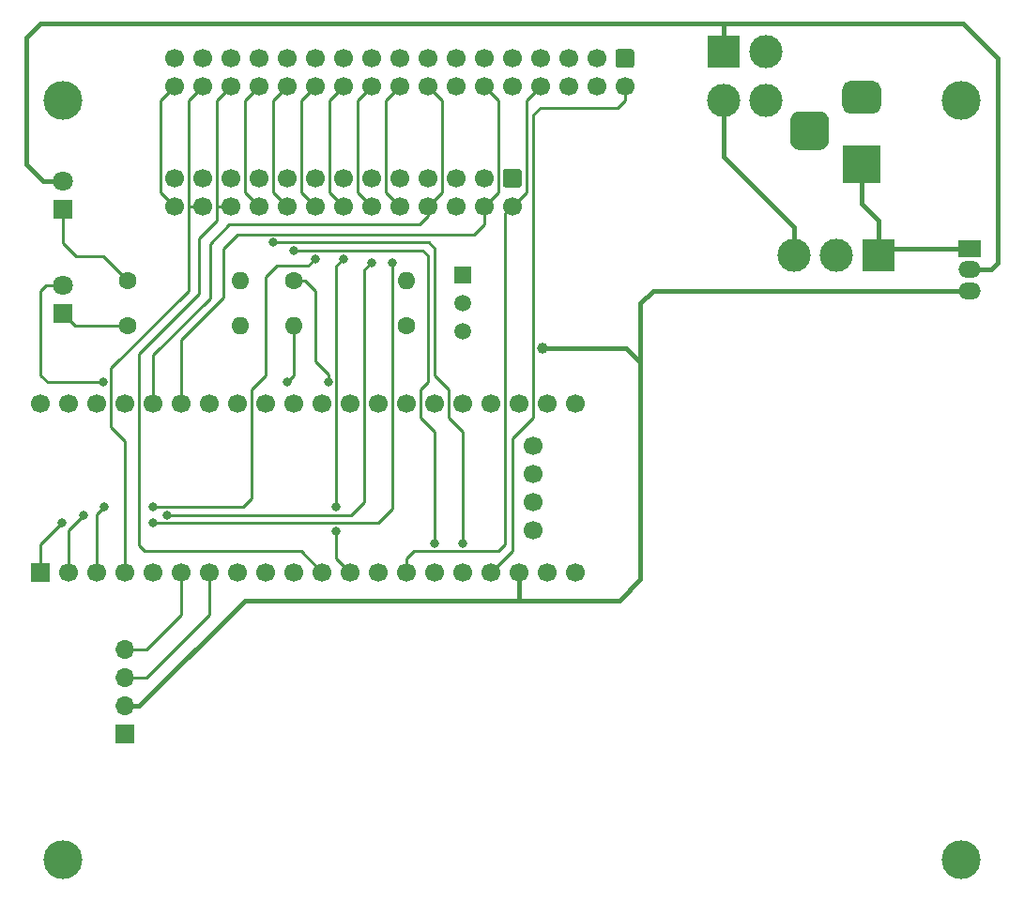
<source format=gtl>
G04 #@! TF.GenerationSoftware,KiCad,Pcbnew,(5.1.8)-1*
G04 #@! TF.CreationDate,2021-11-18T21:15:19+01:00*
G04 #@! TF.ProjectId,Greaseweazle,47726561-7365-4776-9561-7a6c652e6b69,rev?*
G04 #@! TF.SameCoordinates,Original*
G04 #@! TF.FileFunction,Copper,L1,Top*
G04 #@! TF.FilePolarity,Positive*
%FSLAX46Y46*%
G04 Gerber Fmt 4.6, Leading zero omitted, Abs format (unit mm)*
G04 Created by KiCad (PCBNEW (5.1.8)-1) date 2021-11-18 21:15:19*
%MOMM*%
%LPD*%
G01*
G04 APERTURE LIST*
G04 #@! TA.AperFunction,ComponentPad*
%ADD10C,3.000000*%
G04 #@! TD*
G04 #@! TA.AperFunction,ComponentPad*
%ADD11R,3.000000X3.000000*%
G04 #@! TD*
G04 #@! TA.AperFunction,ComponentPad*
%ADD12C,1.700000*%
G04 #@! TD*
G04 #@! TA.AperFunction,ComponentPad*
%ADD13R,3.500000X3.500000*%
G04 #@! TD*
G04 #@! TA.AperFunction,SMDPad,CuDef*
%ADD14O,2.000000X1.500000*%
G04 #@! TD*
G04 #@! TA.AperFunction,SMDPad,CuDef*
%ADD15R,2.000000X1.500000*%
G04 #@! TD*
G04 #@! TA.AperFunction,ComponentPad*
%ADD16C,3.500000*%
G04 #@! TD*
G04 #@! TA.AperFunction,ComponentPad*
%ADD17R,1.800000X1.800000*%
G04 #@! TD*
G04 #@! TA.AperFunction,ComponentPad*
%ADD18C,1.800000*%
G04 #@! TD*
G04 #@! TA.AperFunction,ComponentPad*
%ADD19O,1.600000X1.600000*%
G04 #@! TD*
G04 #@! TA.AperFunction,ComponentPad*
%ADD20C,1.600000*%
G04 #@! TD*
G04 #@! TA.AperFunction,ComponentPad*
%ADD21R,1.700000X1.700000*%
G04 #@! TD*
G04 #@! TA.AperFunction,ComponentPad*
%ADD22O,1.700000X1.700000*%
G04 #@! TD*
G04 #@! TA.AperFunction,ComponentPad*
%ADD23C,1.500000*%
G04 #@! TD*
G04 #@! TA.AperFunction,ComponentPad*
%ADD24R,1.500000X1.500000*%
G04 #@! TD*
G04 #@! TA.AperFunction,ViaPad*
%ADD25C,0.800000*%
G04 #@! TD*
G04 #@! TA.AperFunction,ViaPad*
%ADD26C,1.000000*%
G04 #@! TD*
G04 #@! TA.AperFunction,Conductor*
%ADD27C,0.250000*%
G04 #@! TD*
G04 #@! TA.AperFunction,Conductor*
%ADD28C,0.381000*%
G04 #@! TD*
G04 APERTURE END LIST*
D10*
X175895000Y-63500000D03*
D11*
X172085000Y-59055000D03*
D10*
X172085000Y-63500000D03*
X175895000Y-59055000D03*
G04 #@! TA.AperFunction,ComponentPad*
G36*
G01*
X162595000Y-58840000D02*
X163795000Y-58840000D01*
G75*
G02*
X164045000Y-59090000I0J-250000D01*
G01*
X164045000Y-60290000D01*
G75*
G02*
X163795000Y-60540000I-250000J0D01*
G01*
X162595000Y-60540000D01*
G75*
G02*
X162345000Y-60290000I0J250000D01*
G01*
X162345000Y-59090000D01*
G75*
G02*
X162595000Y-58840000I250000J0D01*
G01*
G37*
G04 #@! TD.AperFunction*
D12*
X160655000Y-59690000D03*
X158115000Y-59690000D03*
X155575000Y-59690000D03*
X153035000Y-59690000D03*
X150495000Y-59690000D03*
X147955000Y-59690000D03*
X145415000Y-59690000D03*
X142875000Y-59690000D03*
X140335000Y-59690000D03*
X137795000Y-59690000D03*
X135255000Y-59690000D03*
X132715000Y-59690000D03*
X130175000Y-59690000D03*
X127635000Y-59690000D03*
X125095000Y-59690000D03*
X122555000Y-59690000D03*
X163195000Y-62230000D03*
X160655000Y-62230000D03*
X158115000Y-62230000D03*
X155575000Y-62230000D03*
X153035000Y-62230000D03*
X150495000Y-62230000D03*
X147955000Y-62230000D03*
X145415000Y-62230000D03*
X142875000Y-62230000D03*
X140335000Y-62230000D03*
X137795000Y-62230000D03*
X135255000Y-62230000D03*
X132715000Y-62230000D03*
X130175000Y-62230000D03*
X127635000Y-62230000D03*
X125095000Y-62230000D03*
X122555000Y-62230000D03*
D13*
X184556400Y-69189600D03*
G04 #@! TA.AperFunction,ComponentPad*
G36*
G01*
X183556400Y-61689600D02*
X185556400Y-61689600D01*
G75*
G02*
X186306400Y-62439600I0J-750000D01*
G01*
X186306400Y-63939600D01*
G75*
G02*
X185556400Y-64689600I-750000J0D01*
G01*
X183556400Y-64689600D01*
G75*
G02*
X182806400Y-63939600I0J750000D01*
G01*
X182806400Y-62439600D01*
G75*
G02*
X183556400Y-61689600I750000J0D01*
G01*
G37*
G04 #@! TD.AperFunction*
G04 #@! TA.AperFunction,ComponentPad*
G36*
G01*
X178981400Y-64439600D02*
X180731400Y-64439600D01*
G75*
G02*
X181606400Y-65314600I0J-875000D01*
G01*
X181606400Y-67064600D01*
G75*
G02*
X180731400Y-67939600I-875000J0D01*
G01*
X178981400Y-67939600D01*
G75*
G02*
X178106400Y-67064600I0J875000D01*
G01*
X178106400Y-65314600D01*
G75*
G02*
X178981400Y-64439600I875000J0D01*
G01*
G37*
G04 #@! TD.AperFunction*
D14*
X194310000Y-80645000D03*
X194310000Y-78740000D03*
D15*
X194310000Y-76835000D03*
D16*
X112500000Y-132000000D03*
X193500000Y-132000000D03*
X193500000Y-63500000D03*
X112500000Y-63500000D03*
D17*
X112500000Y-73279000D03*
D18*
X112500000Y-70739000D03*
X112500000Y-80137000D03*
D17*
X112500000Y-82677000D03*
D11*
X186055000Y-77470000D03*
D10*
X178435000Y-77470000D03*
X182245000Y-77470000D03*
D19*
X128524000Y-79756000D03*
D20*
X118364000Y-79756000D03*
X118364000Y-83820000D03*
D19*
X128524000Y-83820000D03*
D12*
X154940000Y-102235000D03*
X154940000Y-99695000D03*
X154940000Y-97155000D03*
X154940000Y-94615000D03*
X110490000Y-90805000D03*
D21*
X110490000Y-106045000D03*
D12*
X113030000Y-90805000D03*
X113030000Y-106045000D03*
X115570000Y-90805000D03*
X115570000Y-106045000D03*
X118110000Y-90805000D03*
X118110000Y-106045000D03*
X120650000Y-90805000D03*
X120650000Y-106045000D03*
X123190000Y-90805000D03*
X123190000Y-106045000D03*
X125730000Y-90805000D03*
X125730000Y-106045000D03*
X128270000Y-90805000D03*
X128270000Y-106045000D03*
X130810000Y-90805000D03*
X130810000Y-106045000D03*
X133350000Y-90805000D03*
X133350000Y-106045000D03*
X135890000Y-90805000D03*
X135890000Y-106045000D03*
X138430000Y-90805000D03*
X138430000Y-106045000D03*
X140970000Y-90805000D03*
X140970000Y-106045000D03*
X143510000Y-90805000D03*
X143510000Y-106045000D03*
X146050000Y-90805000D03*
X146050000Y-106045000D03*
X148590000Y-90805000D03*
X148590000Y-106045000D03*
X151130000Y-90805000D03*
X151130000Y-106045000D03*
X153670000Y-90805000D03*
X153670000Y-106045000D03*
X156210000Y-90805000D03*
X156210000Y-106045000D03*
X158750000Y-90805000D03*
X158750000Y-106045000D03*
D21*
X118110000Y-120650000D03*
D22*
X118110000Y-118110000D03*
X118110000Y-115570000D03*
X118110000Y-113030000D03*
G04 #@! TA.AperFunction,ComponentPad*
G36*
G01*
X152435000Y-69635000D02*
X153635000Y-69635000D01*
G75*
G02*
X153885000Y-69885000I0J-250000D01*
G01*
X153885000Y-71085000D01*
G75*
G02*
X153635000Y-71335000I-250000J0D01*
G01*
X152435000Y-71335000D01*
G75*
G02*
X152185000Y-71085000I0J250000D01*
G01*
X152185000Y-69885000D01*
G75*
G02*
X152435000Y-69635000I250000J0D01*
G01*
G37*
G04 #@! TD.AperFunction*
D12*
X150495000Y-70485000D03*
X147955000Y-70485000D03*
X145415000Y-70485000D03*
X142875000Y-70485000D03*
X140335000Y-70485000D03*
X137795000Y-70485000D03*
X135255000Y-70485000D03*
X132715000Y-70485000D03*
X130175000Y-70485000D03*
X127635000Y-70485000D03*
X125095000Y-70485000D03*
X122555000Y-70485000D03*
X153035000Y-73025000D03*
X150495000Y-73025000D03*
X147955000Y-73025000D03*
X145415000Y-73025000D03*
X142875000Y-73025000D03*
X140335000Y-73025000D03*
X137795000Y-73025000D03*
X135255000Y-73025000D03*
X132715000Y-73025000D03*
X130175000Y-73025000D03*
X127635000Y-73025000D03*
X125095000Y-73025000D03*
X122555000Y-73025000D03*
D23*
X148590000Y-81788000D03*
X148590000Y-84328000D03*
D24*
X148590000Y-79248000D03*
D19*
X143510000Y-79756000D03*
D20*
X133350000Y-79756000D03*
X143510000Y-83820000D03*
D19*
X133350000Y-83820000D03*
D25*
X146050000Y-103415000D03*
X133350000Y-77015000D03*
X140335000Y-78105000D03*
X121920000Y-100875000D03*
X114390000Y-100875000D03*
X142240000Y-78105000D03*
X120650000Y-101600000D03*
X112395000Y-101600000D03*
X137795000Y-77740000D03*
X137160000Y-100150000D03*
X137160000Y-102325000D03*
X120650000Y-100150000D03*
X116205000Y-100150000D03*
X135255000Y-77740000D03*
X148590000Y-103415000D03*
X131445000Y-76290000D03*
D26*
X155765000Y-85852010D03*
D25*
X136435000Y-88900000D03*
X116115000Y-88900000D03*
X132715000Y-88900000D03*
D27*
X123825000Y-71755000D02*
X123825000Y-63500000D01*
X123825000Y-63500000D02*
X125095000Y-62230000D01*
X125095000Y-73025000D02*
X123825000Y-73025000D01*
X123825000Y-71755000D02*
X123825000Y-73025000D01*
X118110000Y-106045000D02*
X118110000Y-94234000D01*
X118110000Y-94234000D02*
X116840000Y-92964000D01*
X116840000Y-92964000D02*
X116840000Y-87630000D01*
X116840000Y-87630000D02*
X123825000Y-80645000D01*
X123825000Y-80645000D02*
X123825000Y-73025000D01*
X131445000Y-71755000D02*
X131445000Y-63500000D01*
X132715000Y-73025000D02*
X131445000Y-71755000D01*
X131445000Y-63500000D02*
X132715000Y-62230000D01*
X146050000Y-93345000D02*
X146050000Y-103415000D01*
X144780000Y-92075000D02*
X146050000Y-93345000D01*
X144780000Y-89535000D02*
X144780000Y-92075000D01*
X145415000Y-88900000D02*
X144780000Y-89535000D01*
X145415000Y-77470000D02*
X145415000Y-88900000D01*
X144960000Y-77015000D02*
X145415000Y-77470000D01*
X133350000Y-77015000D02*
X144960000Y-77015000D01*
X139065000Y-71755000D02*
X139065000Y-63500000D01*
X140335000Y-73025000D02*
X139065000Y-71755000D01*
X139065000Y-63500000D02*
X140335000Y-62230000D01*
X113030000Y-106045000D02*
X113030000Y-104140000D01*
X113030000Y-102235000D02*
X113030000Y-104140000D01*
X114390000Y-100875000D02*
X113030000Y-102235000D01*
X139700000Y-78740000D02*
X140335000Y-78105000D01*
X139700000Y-99695000D02*
X139700000Y-78740000D01*
X138520000Y-100875000D02*
X139700000Y-99695000D01*
X121920000Y-100875000D02*
X138520000Y-100875000D01*
X141605000Y-71755000D02*
X141605000Y-63500000D01*
X142875000Y-73025000D02*
X141605000Y-71755000D01*
X141605000Y-63500000D02*
X142875000Y-62230000D01*
X142240000Y-78105000D02*
X142240000Y-88900000D01*
X140970000Y-101600000D02*
X120650000Y-101600000D01*
X140970000Y-101600000D02*
X142240000Y-100330000D01*
X142240000Y-88900000D02*
X142240000Y-100330000D01*
X110490000Y-103505000D02*
X112395000Y-101600000D01*
X110490000Y-106045000D02*
X110490000Y-103505000D01*
X145415000Y-62230000D02*
X146685000Y-63500000D01*
X146685000Y-63500000D02*
X146685000Y-71755000D01*
X146685000Y-71755000D02*
X145415000Y-73025000D01*
X120650000Y-86423500D02*
X120650000Y-90805000D01*
X125761750Y-81311750D02*
X120650000Y-86423500D01*
X125761750Y-76422250D02*
X125761750Y-81311750D01*
X127508000Y-74676000D02*
X125761750Y-76422250D01*
X144653000Y-74676000D02*
X127508000Y-74676000D01*
X145415000Y-73914000D02*
X144653000Y-74676000D01*
X145415000Y-73025000D02*
X145415000Y-73914000D01*
X126365000Y-71755000D02*
X126365000Y-63500000D01*
X126365000Y-63500000D02*
X127635000Y-62230000D01*
X127635000Y-73025000D02*
X126365000Y-73025000D01*
X126365000Y-73025000D02*
X126365000Y-71755000D01*
X133985000Y-104140000D02*
X135890000Y-106045000D01*
X119888000Y-104140000D02*
X133985000Y-104140000D01*
X124761625Y-75898375D02*
X126365000Y-74295000D01*
X119380000Y-103632000D02*
X119888000Y-104140000D01*
X119380000Y-86328250D02*
X119380000Y-103632000D01*
X124761625Y-80946625D02*
X119380000Y-86328250D01*
X126365000Y-73025000D02*
X126365000Y-74295000D01*
X124761625Y-80946625D02*
X124761625Y-75898375D01*
X136525000Y-71755000D02*
X136525000Y-63500000D01*
X137795000Y-73025000D02*
X136525000Y-71755000D01*
X136525000Y-63500000D02*
X137795000Y-62230000D01*
X137795000Y-77740000D02*
X137160000Y-78375000D01*
X137160000Y-78375000D02*
X137160000Y-89535000D01*
X137160000Y-89535000D02*
X137160000Y-100150000D01*
X137160000Y-104775000D02*
X138430000Y-106045000D01*
X137160000Y-102325000D02*
X137160000Y-104775000D01*
X155575000Y-62230000D02*
X154305000Y-63500000D01*
X154305000Y-63500000D02*
X154305000Y-71755000D01*
X153035000Y-73025000D02*
X154305000Y-71755000D01*
X143510000Y-106045000D02*
X143510000Y-104775000D01*
X143510000Y-104775000D02*
X144145000Y-104140000D01*
X144145000Y-104140000D02*
X151765000Y-104140000D01*
X151765000Y-104140000D02*
X152400000Y-103505000D01*
X152400000Y-73660000D02*
X153035000Y-73025000D01*
X152400000Y-103505000D02*
X152400000Y-73660000D01*
D28*
X175895000Y-59055000D02*
X175895000Y-57785000D01*
D27*
X122555000Y-73025000D02*
X121285000Y-71755000D01*
X121285000Y-71755000D02*
X121285000Y-63500000D01*
X121285000Y-63500000D02*
X122555000Y-62230000D01*
X128270000Y-75565000D02*
X146685000Y-75565000D01*
X127000000Y-76835000D02*
X128270000Y-75565000D01*
X127000000Y-81280000D02*
X127000000Y-76835000D01*
X123190000Y-85090000D02*
X127000000Y-81280000D01*
X123190000Y-90805000D02*
X123190000Y-85090000D01*
X133985000Y-71755000D02*
X133985000Y-63500000D01*
X135255000Y-73025000D02*
X133985000Y-71755000D01*
X133985000Y-63500000D02*
X135255000Y-62230000D01*
X115570000Y-100785000D02*
X116205000Y-100150000D01*
X115570000Y-106045000D02*
X115570000Y-100785000D01*
X128725000Y-100150000D02*
X120650000Y-100150000D01*
X129540000Y-99335000D02*
X128725000Y-100150000D01*
X129540000Y-89535000D02*
X129540000Y-99335000D01*
X130810000Y-79375000D02*
X130810000Y-88265000D01*
X130810000Y-88265000D02*
X129540000Y-89535000D01*
X131810000Y-78375000D02*
X130810000Y-79375000D01*
X134620000Y-78375000D02*
X131810000Y-78375000D01*
X135255000Y-77740000D02*
X134620000Y-78375000D01*
X128905000Y-71755000D02*
X128905000Y-63500000D01*
X130175000Y-73025000D02*
X128905000Y-71755000D01*
X128905000Y-63500000D02*
X130175000Y-62230000D01*
X148590000Y-103415000D02*
X148590000Y-93345000D01*
X148590000Y-93345000D02*
X147320000Y-92075000D01*
X147320000Y-89535000D02*
X146050000Y-88265000D01*
X147320000Y-92075000D02*
X147320000Y-89535000D01*
X146050000Y-88265000D02*
X146050000Y-76835000D01*
X146050000Y-76835000D02*
X145505000Y-76290000D01*
X145505000Y-76290000D02*
X131445000Y-76290000D01*
D28*
X186690000Y-76835000D02*
X186055000Y-77470000D01*
X194310000Y-76835000D02*
X186690000Y-76835000D01*
X184556400Y-72796400D02*
X186055000Y-74295000D01*
X184556400Y-69189600D02*
X184556400Y-72796400D01*
X186055000Y-77470000D02*
X186055000Y-74295000D01*
X178435000Y-74930000D02*
X178435000Y-77470000D01*
X172085000Y-68580000D02*
X178435000Y-74930000D01*
X172085000Y-63500000D02*
X172085000Y-68580000D01*
X118110000Y-118110000D02*
X119380000Y-118110000D01*
X119380000Y-118110000D02*
X128905000Y-108585000D01*
X128905000Y-108585000D02*
X153670000Y-108585000D01*
X153670000Y-108585000D02*
X153670000Y-106045000D01*
X188595000Y-80645000D02*
X194310000Y-80645000D01*
X165735000Y-80645000D02*
X188595000Y-80645000D01*
X164592000Y-81788000D02*
X165735000Y-80645000D01*
X162687000Y-108585000D02*
X164592000Y-106680000D01*
X153670000Y-108585000D02*
X162687000Y-108585000D01*
X164592000Y-87503000D02*
X164592000Y-81788000D01*
X164592000Y-88392000D02*
X164592000Y-87503000D01*
X164592000Y-106680000D02*
X164592000Y-88392000D01*
X156472106Y-85852010D02*
X155765000Y-85852010D01*
X163322010Y-85852010D02*
X156472106Y-85852010D01*
X164592000Y-87122000D02*
X163322010Y-85852010D01*
X164592000Y-88392000D02*
X164592000Y-87122000D01*
D27*
X163195000Y-63500000D02*
X163195000Y-62230000D01*
X162560000Y-64135000D02*
X163195000Y-63500000D01*
X155575000Y-64135000D02*
X162560000Y-64135000D01*
X154940000Y-64770000D02*
X155575000Y-64135000D01*
X153035000Y-93980000D02*
X154940000Y-92075000D01*
X153035000Y-104140000D02*
X153035000Y-93980000D01*
X154940000Y-92075000D02*
X154940000Y-64770000D01*
X151130000Y-106045000D02*
X153035000Y-104140000D01*
X116141500Y-77533500D02*
X113728500Y-77533500D01*
X118364000Y-79756000D02*
X116141500Y-77533500D01*
X112500000Y-76305000D02*
X112500000Y-73279000D01*
X113728500Y-77533500D02*
X112500000Y-76305000D01*
D28*
X110490000Y-56515000D02*
X109220000Y-57785000D01*
X110744000Y-70739000D02*
X109220000Y-69215000D01*
X112500000Y-70739000D02*
X110744000Y-70739000D01*
X109220000Y-57785000D02*
X109220000Y-69215000D01*
X172085000Y-59055000D02*
X172085000Y-56515000D01*
X172085000Y-56515000D02*
X110490000Y-56515000D01*
X196215000Y-78740000D02*
X194310000Y-78740000D01*
X196850000Y-78105000D02*
X196215000Y-78740000D01*
X196850000Y-59690000D02*
X196850000Y-78105000D01*
X193675000Y-56515000D02*
X196850000Y-59690000D01*
X172085000Y-56515000D02*
X193675000Y-56515000D01*
D27*
X113643000Y-83820000D02*
X112500000Y-82677000D01*
X118364000Y-83820000D02*
X113643000Y-83820000D01*
X120015000Y-113030000D02*
X118110000Y-113030000D01*
X123190000Y-109855000D02*
X120015000Y-113030000D01*
X123190000Y-106045000D02*
X123190000Y-109855000D01*
X125730000Y-109855000D02*
X125730000Y-106045000D01*
X120015000Y-115570000D02*
X125730000Y-109855000D01*
X118110000Y-115570000D02*
X120015000Y-115570000D01*
X136435000Y-88900000D02*
X136435000Y-88175000D01*
X136435000Y-88175000D02*
X135255000Y-86995000D01*
X135255000Y-86995000D02*
X135255000Y-80645000D01*
X134366000Y-79756000D02*
X133350000Y-79756000D01*
X135255000Y-80645000D02*
X134366000Y-79756000D01*
X150495000Y-73025000D02*
X151765000Y-71755000D01*
X151765000Y-71755000D02*
X151765000Y-63500000D01*
X150495000Y-73025000D02*
X150495000Y-74676000D01*
X149606000Y-75565000D02*
X146685000Y-75565000D01*
X150495000Y-74676000D02*
X149606000Y-75565000D01*
X150495000Y-62230000D02*
X151765000Y-63500000D01*
X116115000Y-88900000D02*
X111125000Y-88900000D01*
X111125000Y-88900000D02*
X110490000Y-88265000D01*
X110998000Y-80137000D02*
X112500000Y-80137000D01*
X110490000Y-80645000D02*
X110998000Y-80137000D01*
X110490000Y-88265000D02*
X110490000Y-80645000D01*
X133350000Y-88265000D02*
X132715000Y-88900000D01*
X133350000Y-83820000D02*
X133350000Y-88265000D01*
M02*

</source>
